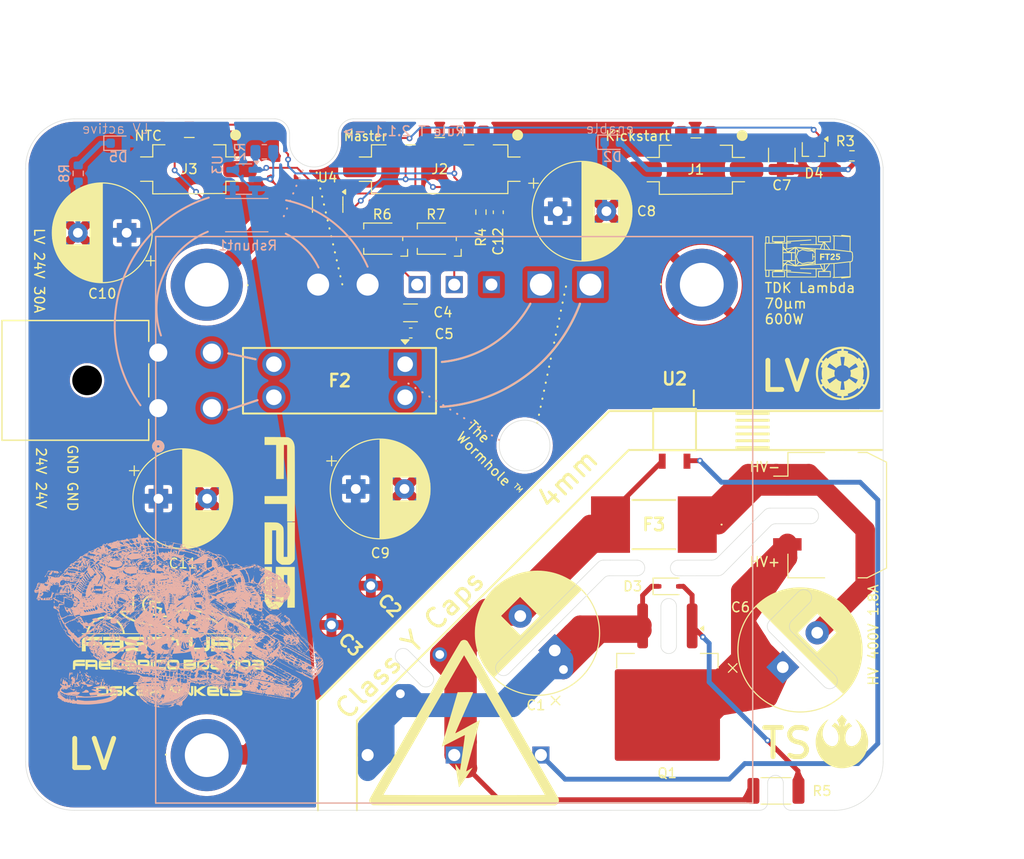
<source format=kicad_pcb>
(kicad_pcb
	(version 20240108)
	(generator "pcbnew")
	(generator_version "8.0")
	(general
		(thickness 1.67)
		(legacy_teardrops no)
	)
	(paper "A4")
	(layers
		(0 "F.Cu" mixed)
		(31 "B.Cu" mixed)
		(32 "B.Adhes" user "B.Adhesive")
		(33 "F.Adhes" user "F.Adhesive")
		(34 "B.Paste" user)
		(35 "F.Paste" user)
		(36 "B.SilkS" user "B.Silkscreen")
		(37 "F.SilkS" user "F.Silkscreen")
		(38 "B.Mask" user)
		(39 "F.Mask" user)
		(40 "Dwgs.User" user "User.Drawings")
		(41 "Cmts.User" user "User.Comments")
		(42 "Eco1.User" user "User.Eco1")
		(43 "Eco2.User" user "User.Eco2")
		(44 "Edge.Cuts" user)
		(45 "Margin" user)
		(46 "B.CrtYd" user "B.Courtyard")
		(47 "F.CrtYd" user "F.Courtyard")
		(48 "B.Fab" user)
		(49 "F.Fab" user)
		(50 "User.1" user)
		(51 "User.2" user)
		(52 "User.3" user)
		(53 "User.4" user)
		(54 "User.5" user)
		(55 "User.6" user)
		(56 "User.7" user)
		(57 "User.8" user)
		(58 "User.9" user)
	)
	(setup
		(stackup
			(layer "F.SilkS"
				(type "Top Silk Screen")
			)
			(layer "F.Paste"
				(type "Top Solder Paste")
			)
			(layer "F.Mask"
				(type "Top Solder Mask")
				(thickness 0.01)
			)
			(layer "F.Cu"
				(type "copper")
				(thickness 0.07)
			)
			(layer "dielectric 1"
				(type "core")
				(thickness 1.51)
				(material "FR4")
				(epsilon_r 4.5)
				(loss_tangent 0.02)
			)
			(layer "B.Cu"
				(type "copper")
				(thickness 0.07)
			)
			(layer "B.Mask"
				(type "Bottom Solder Mask")
				(thickness 0.01)
			)
			(layer "B.Paste"
				(type "Bottom Solder Paste")
			)
			(layer "B.SilkS"
				(type "Bottom Silk Screen")
			)
			(copper_finish "None")
			(dielectric_constraints no)
		)
		(pad_to_mask_clearance 0)
		(allow_soldermask_bridges_in_footprints no)
		(pcbplotparams
			(layerselection 0x00010fc_ffffffff)
			(plot_on_all_layers_selection 0x0000000_00000000)
			(disableapertmacros no)
			(usegerberextensions no)
			(usegerberattributes yes)
			(usegerberadvancedattributes yes)
			(creategerberjobfile yes)
			(dashed_line_dash_ratio 12.000000)
			(dashed_line_gap_ratio 3.000000)
			(svgprecision 4)
			(plotframeref no)
			(viasonmask no)
			(mode 1)
			(useauxorigin no)
			(hpglpennumber 1)
			(hpglpenspeed 20)
			(hpglpendiameter 15.000000)
			(pdf_front_fp_property_popups yes)
			(pdf_back_fp_property_popups yes)
			(dxfpolygonmode yes)
			(dxfimperialunits yes)
			(dxfusepcbnewfont yes)
			(psnegative no)
			(psa4output no)
			(plotreference yes)
			(plotvalue yes)
			(plotfptext yes)
			(plotinvisibletext no)
			(sketchpadsonfab no)
			(subtractmaskfromsilk no)
			(outputformat 1)
			(mirror no)
			(drillshape 1)
			(scaleselection 1)
			(outputdirectory "")
		)
	)
	(net 0 "")
	(net 1 "/-VIN")
	(net 2 "GND")
	(net 3 "Net-(D4-Pad3)")
	(net 4 "/+VIN")
	(net 5 "+3V3")
	(net 6 "/LV+")
	(net 7 "/3V_buttoncell")
	(net 8 "/TEMP_TSDCDC")
	(net 9 "/HV-in")
	(net 10 "/HV+in")
	(net 11 "/G")
	(net 12 "/~{EN}")
	(net 13 "/LV-")
	(net 14 "/LV_I_measure")
	(net 15 "/I_meas_weak")
	(net 16 "/+S")
	(net 17 "/TRM")
	(net 18 "Net-(D2-A)")
	(net 19 "Net-(D5-K)")
	(net 20 "/Vout+")
	(footprint "Capacitor_SMD:C_1210_3225Metric" (layer "F.Cu") (at 177.6 64.721001 -90))
	(footprint "Resistor_SMD:R_0603_1608Metric" (layer "F.Cu") (at 184.8 64.8))
	(footprint "footprints:VY1471M29Y5UC63V0" (layer "F.Cu") (at 131.388932 112.962876 -45))
	(footprint "footprints:rebellion" (layer "F.Cu") (at 183.77 124.93))
	(footprint "FaSTTUBe_connectors:Micro_Mate-N-Lok_2p_vertical" (layer "F.Cu") (at 168.783 66.21))
	(footprint "Potentiometer_SMD:Potentiometer_Bourns_TC33X_Vertical" (layer "F.Cu") (at 142.1 73.3 180))
	(footprint "Capacitor_THT:CP_Radial_D12.5mm_P5.00mm" (layer "F.Cu") (at 154.3 115.584177 135))
	(footprint "Capacitor_THT:CP_Radial_D10.0mm_P5.00mm" (layer "F.Cu") (at 110.367678 72.7 180))
	(footprint "footprints:9775031360R" (layer "F.Cu") (at 118.59 78.03 180))
	(footprint "LOGO"
		(layer "F.Cu")
		(uuid "36ea3436-548e-4414-bac1-a7348850c228")
		(at 180.33 75.14)
		(property "Reference" "G***"
			(at 0 0 0)
			(layer "F.SilkS")
			(hide yes)
			(uuid "f973503b-fa37-47d9-b20f-d30676bb0e6c")
			(effects
				(font
					(size 1.5 1.5)
					(thickness 0.3)
				)
			)
		)
		(property "Value" "LOGO"
			(at 0.75 0 0)
			(layer "F.SilkS")
			(hide yes)
			(uuid "6387be7f-2b16-465c-8f89-140f5aa812b4")
			(effects
				(font
					(size 1.5 1.5)
					(thickness 0.3)
				)
			)
		)
		(property "Footprint" ""
			(at 0 0 0)
			(layer "F.Fab")
			(hide yes)
			(uuid "715f4f07-c5d3-4aaf-84cf-940e9c524073")
			(effects
				(font
					(size 1.27 1.27)
					(thickness 0.15)
				)
			)
		)
		(property "Datasheet" ""
			(at 0 0 0)
			(layer "F.Fab")
			(hide yes)
			(uuid "41393a24-4ba8-4af2-84c5-5556a5cd9241")
			(effects
				(font
					(size 1.27 1.27)
					(thickness 0.15)
				)
			)
		)
		(property "Description" ""
			(at 0 0 0)
			(layer "F.Fab")
			(hide yes)
			(uuid "47d9374d-4d87-4be0-875b-3451ee135b5f")
			(effects
				(font
					(size 1.27 1.27)
					(thickness 0.15)
				)
			)
		)
		(attr board_only exclude_from_pos_files exclude_from_bom)
		(fp_poly
			(pts
				(xy 2.210106 -0.240934) (xy 2.210106 -0.176067) (xy 2.115122 -0.176067) (xy 2.020138 -0.176067)
				(xy 2.020138 0.088034) (xy 2.020138 0.352134) (xy 1.948322 0.352134) (xy 1.876505 0.352134) (xy 1.876505 0.088034)
				(xy 1.876505 -0.176067) (xy 1.781521 -0.176067) (xy 1.686538 -0.176067) (xy 1.686538 -0.240935)
				(xy 1.686537 -0.305801) (xy 1.948322 -0.305801) (xy 2.210106 -0.305801)
			)
			(stroke
				(width 0)
				(type solid)
			)
			(fill solid)
			(layer "F.SilkS")
			(uuid "7df8e5e8-4ee8-444f-be4a-2fc6df64b466")
		)
		(fp_poly
			(pts
				(xy 1.644837 -0.238617) (xy 1.644837 -0.171435) (xy 1.49657 -0.171434) (xy 1.348303 -0.171434) (xy 1.348303 -0.10425)
				(xy 1.348303 -0.037067) (xy 1.484987 -0.037067) (xy 1.621671 -0.037067) (xy 1.621671 0.030116) (xy 1.621671 0.0973)
				(xy 1.484987 0.0973) (xy 1.348303 0.0973) (xy 1.348303 0.224717) (xy 1.348303 0.352134) (xy 1.27417 0.352134)
				(xy 1.200036 0.352134) (xy 1.200036 0.023167) (xy 1.200037 -0.305801) (xy 1.422437 -0.305801) (xy 1.644836 -0.305801)
			)
			(stroke
				(width 0)
				(type solid)
			)
			(fill solid)
			(layer "F.SilkS")
			(uuid "79488fa3-17fb-4e16-b5f3-2b64540a352f")
		)
		(fp_poly
			(pts
				(xy 2.532179 -0.312678) (xy 2.576155 -0.304473) (xy 2.614922 -0.2894) (xy 2.648 -0.267744) (xy 2.67491 -0.239793)
				(xy 2.695172 -0.205832) (xy 2.704208 -0.181813) (xy 2.708716 -0.159076) (xy 2.7108 -0.130942) (xy 2.71048 -0.100955)
				(xy 2.707773 -0.072656) (xy 2.703574 -0.052464) (xy 2.698715 -0.037255) (xy 2.692926 -0.02316) (xy 2.685517 -0.009402)
				(xy 2.675798 0.004797) (xy 2.663078 0.020215) (xy 2.646666 0.037632) (xy 2.625872 0.057823) (xy 2.600005 0.081568)
				(xy 2.568374 0.109644) (xy 2.53029 0.142829) (xy 2.529931 0.14314) (xy 2.430439 0.229351) (xy 2.575106 0.230575)
				(xy 2.719774 0.231799) (xy 2.719774 0.291967) (xy 2.719774 0.352134) (xy 2.490308 0.352134) (xy 2.260843 0.352134)
				(xy 2.262116 0.277056) (xy 2.263389 0.201979) (xy 2.356056 0.119177) (xy 2.402943 0.077122) (xy 2.443117 0.04073)
				(xy 2.476929 0.009665) (xy 2.504727 -0.016408) (xy 2.526863 -0.037827) (xy 2.543685 -0.054929) (xy 2.555544 -0.06805)
				(xy 2.562789 -0.077524) (xy 2.565176 -0.081851) (xy 2.5716 -0.10729) (xy 2.569746 -0.130812) (xy 2.56056 -0.15134)
				(xy 2.544994 -0.167801) (xy 2.523994 -0.179121) (xy 2.49851 -0.184225) (xy 2.475724 -0.18314) (xy 2.452963 -0.175273)
				(xy 2.433454 -0.159912) (xy 2.418912 -0.1387) (xy 2.413064 -0.123046) (xy 2.407173 -0.101018) (xy 2.367714 -0.103927)
				(xy 2.344598 -0.10571) (xy 2.320508 -0.107692) (xy 2.30031 -0.109471) (xy 2.298702 -0.109622) (xy 2.269145 -0.112408)
				(xy 2.272093 -0.14061) (xy 2.280459 -0.177948) (xy 2.296913 -0.213524) (xy 2.320278 -0.245457) (xy 2.349375 -0.271863)
				(xy 2.357833 -0.277654) (xy 2.388158 -0.29404) (xy 2.420755 -0.305158) (xy 2.458064 -0.31171) (xy 2.483473 -0.313727)
			)
			(stroke
				(width 0)
				(type solid)
			)
			(fill solid)
			(layer "F.SilkS")
			(uuid "c06ae400-d6b0-4739-b2a0-6d35249e5efc")
		)
		(fp_poly
			(pts
				(xy 3.243342 -0.245567) (xy 3.243342 -0.185334) (xy 3.111291 -0.185334) (xy 2.979241 -0.185333)
				(xy 2.979241 -0.135525) (xy 2.979241 -0.085718) (xy 3.035999 -0.085703) (xy 3.075658 -0.084189)
				(xy 3.108746 -0.079239) (xy 3.137528 -0.070212) (xy 3.16427 -0.05647) (xy 3.181956 -0.044466) (xy 3.203555 -0.026318)
				(xy 3.221029 -0.006004) (xy 3.236416 0.019128) (xy 3.246178 0.039116) (xy 3.254238 0.063529) (xy 3.259574 0.09369)
				(xy 3.261941 0.126422) (xy 3.261098 0.158544) (xy 3.257324 0.184609) (xy 3.244399 0.223685) (xy 3.224208 0.260227)
				(xy 3.198098 0.292412) (xy 3.167418 0.318418) (xy 3.150847 0.328502) (xy 3.111135 0.345164) (xy 3.066727 0.356095)
				(xy 3.020478 0.360938) (xy 2.975243 0.359334) (xy 2.945754 0.354196) (xy 2.903627 0.339619) (xy 2.867264 0.317857)
				(xy 2.836999 0.289211) (xy 2.813163 0.253981) (xy 2.79881 0.220868) (xy 2.79432 0.207035) (xy 2.791744 0.197519)
				(xy 2.791552 0.194601) (xy 2.796444 0.193609) (xy 2.808775 0.190877) (xy 2.826961 0.186759) (xy 2.849416 0.181613)
				(xy 2.863407 0.178384) (xy 2.887539 0.172819) (xy 2.908262 0.168078) (xy 2.924002 0.164518) (xy 2.933186 0.162495)
				(xy 2.934883 0.162167) (xy 2.937199 0.166065) (xy 2.941475 0.175947) (xy 2.943919 0.182163) (xy 2.957618 0.206359)
				(xy 2.976856 0.224378) (xy 2.999977 0.235881) (xy 3.025322 0.240528) (xy 3.051235 0.23798) (xy 3.076057 0.227898)
				(xy 3.095075 0.213134) (xy 3.111612 0.190456) (xy 3.120769 0.164235) (xy 3.12262 0.136431) (xy 3.117245 0.108995)
				(xy 3.10472 0.083886) (xy 3.089275 0.066498) (xy 3.070671 0.05315) (xy 3.049056 0.043822) (xy 3.022749 0.038071)
				(xy 2.990066 0.035457) (xy 2.969974 0.03519) (xy 2.940708 0.035905) (xy 2.915232 0.038169) (xy 2.889963 0.042519)
				(xy 2.861313 0.04949) (xy 2.845988 0.053732) (xy 2.835519 0.056704) (xy 2.838042 -0.086323) (xy 2.838768 -0.123978)
				(xy 2.83959 -0.160526) (xy 2.840463 -0.194417) (xy 2.841344 -0.224098) (xy 2.842188 -0.248021) (xy 2.842954 -0.264633)
				(xy 2.843135 -0.267576) (xy 2.845706 -0.305801) (xy 3.044525 -0.305801) (xy 3.243342 -0.305801)
			)
			(stroke
				(width 0)
				(type solid)
			)
			(fill solid)
			(layer "F.SilkS")
			(uuid "5a963cb9-9510-4127-9f96-127e7c222fca")
		)
		(fp_poly
			(pts
				(xy 3.38727 -2.232811) (xy 3.40086 -2.231479) (xy 3.422092 -2.229358) (xy 3.450178 -2.22653) (xy 3.484329 -2.223073)
				(xy 3.523759 -2.219069) (xy 3.567678 -2.214599) (xy 3.615297 -2.209743) (xy 3.66583 -2.204582) (xy 3.718489 -2.199197)
				(xy 3.772484 -2.193667) (xy 3.827029 -2.188075) (xy 3.881335 -2.182501) (xy 3.934614 -2.177024)
				(xy 3.986077 -2.171727) (xy 4.034939 -2.166689) (xy 4.080407 -2.161992) (xy 4.121698 -2.157716)
				(xy 4.158021 -2.153941) (xy 4.188587 -2.150748) (xy 4.200017 -2.149547) (xy 4.234253 -2.145885)
				(xy 4.265408 -2.142435) (xy 4.292316 -2.139335) (xy 4.31381 -2.136726) (xy 4.328722 -2.134745) (xy 4.335885 -2.133532)
				(xy 4.336334 -2.133359) (xy 4.336533 -2.128574) (xy 4.336655 -2.115023) (xy 4.336705 -2.093209)
				(xy 4.336684 -2.063633) (xy 4.336595 -2.026795) (xy 4.33644 -1.983198) (xy 4.336223 -1.933343) (xy 4.335944 -1.877731)
				(xy 4.335608 -1.816864) (xy 4.335216 -1.751243) (xy 4.33477 -1.681369) (xy 4.334273 -1.607743) (xy 4.333728 -1.530869)
				(xy 4.333136 -1.451244) (xy 4.332871 -1.416624) (xy 4.332241 -1.334602) (xy 4.331634 -1.254271)
				(xy 4.33105 -1.176204) (xy 4.330496 -1.10097) (xy 4.329976 -1.029142) (xy 4.329492 -0.961291) (xy 4.329052 -0.897987)
				(xy 4.328655 -0.839801) (xy 4.328308 -0.787305) (xy 4.328013 -0.741071) (xy 4.327776 -0.701668)
				(xy 4.327599 -0.669669) (xy 4.327487 -0.645643) (xy 4.327444 -0.630164) (xy 4.327444 -0.627586)
				(xy 4.327545 -0.55322) (xy 4.37377 -0.54809) (xy 4.419996 -0.542959) (xy 4.484971 -0.483626) (xy 4.505281 -0.464833)
				(xy 4.522986 -0.44798) (xy 4.537024 -0.434118) (xy 4.546333 -0.424295) (xy 4.54985 -0.419562) (xy 4.549855 -0.419489)
				(xy 4.550293 -0.414027) (xy 4.551582 -0.400285) (xy 4.55363 -0.379199) (xy 4.556344 -0.351708) (xy 4.55963 -0.31875)
				(xy 4.563396 -0.281261) (xy 4.567548 -0.240179) (xy 4.571355 -0.202709) (xy 4.592945 0.009267) (xy 4.571355 0.221242)
				(xy 4.566945 0.264663) (xy 4.562841 0.305296) (xy 4.559137 0.342206) (xy 4.555926 0.374453) (xy 4.553301 0.401102)
				(xy 4.551353 0.421213) (xy 4.550178 0.433849) (xy 4.549855 0.438022) (xy 4.546612 0.442512) (xy 4.537531 0.452137)
				(xy 4.523674 0.465847) (xy 4.506105 0.482593) (xy 4.485885 0.501324) (xy 4.484971 0.50216) (xy 4.419997 0.561493)
				(xy 4.373769 0.566623) (xy 4.327545 0.571753) (xy 4.327444 0.646119) (xy 4.327469 0.65926) (xy 4.327563 0.681097)
				(xy 4.327723 0.711058) (xy 4.327945 0.748571) (xy 4.328225 0.793067) (xy 4.328559 0.843974) (xy 4.328943 0.90072)
				(xy 4.329373 0.962734) (xy 4.329846 1.029446) (xy 4.330356 1.100286) (xy 4.330901 1.17468) (xy 4.331477 1.252059)
				(xy 4.332079 1.33185) (xy 4.332704 1.413485) (xy 4.332871 1.435157) (xy 4.333481 1.5158) (xy 4.334047 1.593906)
				(xy 4.334564 1.668978) (xy 4.335032 1.740512) (xy 4.335447 1.808006) (xy 4.335808 1.870958) (xy 4.336111 1.928869)
				(xy 4.336355 1.981237) (xy 4.336537 2.02756) (xy 4.336653 2.067337) (xy 4.336704 2.100067) (xy 4.336685 2.125248)
				(xy 4.336594 2.142379) (xy 4.336429 2.150958) (xy 4.336335 2.151893) (xy 4.331377 2.152884) (xy 4.318367 2.15468)
				(xy 4.298472 2.157138) (xy 4.272859 2.160123) (xy 4.242694 2.163495) (xy 4.209148 2.167117) (xy 4.200017 2.168082)
				(xy 4.172233 2.170992) (xy 4.138346 2.174521) (xy 4.099146 2.178586) (xy 4.055419 2.183108) (xy 4.007954 2.188005)
				(xy 3.957539 2.193199) (xy 3.904962 2.198607) (xy 3.851011 2.204148) (xy 3.796475 2.209742) (xy 3.742141 2.215309)
				(xy 3.688796 2.220768) (xy 3.63723 2.226037) (xy 3.588231 2.231037) (xy 3.542586 2.235687) (xy 3.501083 2.239906)
				(xy 3.464512 2.243614) (xy 3.433658 2.246729) (xy 3.409312 2.249172) (xy 3.39226 2.250859) (xy 3.383291 2.251715)
				(xy 3.382109 2.251806) (xy 3.380255 2.247528) (xy 3.378178 2.23608) (xy 3.376217 2.219545) (xy 3.37545 2.210835)
				(xy 3.3736 2.191763) (xy 3.371439 2.175942) (xy 3.369333 2.165869) (xy 3.368582 2.163999) (xy 3.368194 2.163123)
				(xy 3.367841 2.162336) (xy 3.367055 2.161657) (xy 3.365358 2.161104) (xy 3.362276 2.160697) (xy 3.357337 2.160453)
				(xy 3.350069 2.160392) (xy 3.339994 2.160532) (xy 3.32664 2.16089) (xy 3.309536 2.161487) (xy 3.288204 2.162341)
				(xy 3.26217 2.16347) (xy 3.230964 2.164892) (xy 3.19411 2.166627) (xy 3.151135 2.168692) (xy 3.101565 2.171107)
				(xy 3.044926 2.17389) (xy 2.980744 2.177059) (xy 2.908545 2.180634) (xy 2.827857 2.184632) (xy 2.773776 2.187311)
				(xy 2.723126 2.189773) (xy 2.675244 2.19201) (xy 2.630927 2.19399) (xy 2.590972 2.195683) (xy 2.556177 2.197057)
				(xy 2.52734 2.198081) (xy 2.505257 2.198724) (xy 2.490727 2.198954) (xy 2.484548 2.198738) (xy 2.484397 2.198675)
				(xy 2.482972 2.193086) (xy 2.4815 2.180449) (xy 2.480208 2.162975) (xy 2.479683 2.152716) (xy 2.477796 2.109587)
				(xy 2.502643 2.106603) (xy 2.520245 2.105084) (xy 2.542271 2.103995) (xy 2.563398 2.103579) (xy 2.599307 2.103539)
				(xy 2.599205 2.03983) (xy 2.599136 2.026958) (xy 2.59896 2.005475) (xy 2.598682 1.976034) (xy 2.598313 1.939289)
				(xy 2.597857 1.895895) (xy 2.597323 1.846507) (xy 2.596718 1.791777) (xy 2.596049 1.732363) (xy 2.595323 1.668916)
				(xy 2.594547 1.602089) (xy 2.593729 1.53254) (xy 2.592876 1.460921) (xy 2.592357 1.417804) (xy 2.591488 1.345622)
				(xy 2.590651 1.275356) (xy 2.589851 1.207638) (xy 2.589097 1.143098) (xy 2.588395 1.08237) (xy 2.587752 1.026085)
				(xy 2.587175 0.974875) (xy 2.586672 0.929372) (xy 2.58625 0.890208) (xy 2.585916 0.858015) (xy 2.585677 0.833425)
				(xy 2.585539 0.817069) (xy 2.585508 0.811266) (xy 2.585407 0.763045) (xy 2.477681 0.76615) (xy 2.420738 0.767807)
				(xy 2.372367 0.769264) (xy 2.331872 0.770562) (xy 2.298559 0.771745) (xy 2.271738 0.772854) (xy 2.250712 0.773931)
				(xy 2.234789 0.775018) (xy 2.223275 0.776158) (xy 2.215478 0.777392) (xy 2.210703 0.778764) (xy 2.208257 0.780313)
				(xy 2.207447 0.782084) (xy 2.207419 0.782564) (xy 2.204733 0.787317) (xy 2.196946 0.798996) (xy 2.184444 0.817061)
				(xy 2.167617 0.84097) (xy 2.146849 0.870183) (xy 2.122527 0.90416) (xy 2.09504 0.94236) (xy 2.064773 0.984242)
				(xy 2.032115 1.029266) (xy 1.99745 1.07689) (xy 1.961168 1.126575) (xy 1.960005 1.128165) (xy 1.923623 1.177986)
				(xy 1.888809 1.225823) (xy 1.855956 1.271128) (xy 1.825453 1.313354) (xy 1.797694 1.351955) (xy 1.773068 1.386383)
				(xy 1.751966 1.416092) (xy 1.734781 1.440534) (xy 1.721903 1.459162) (xy 1.713724 1.47143) (xy 1.710635 1.47679)
				(xy 1.710627 1.476824) (xy 1.708624 1.487304) (xy 2.003382 1.487304) (xy 2.298139 1.487304) (xy 2.298144 1.583446)
				(xy 2.298213 1.608384) (xy 2.298406 1.641116) (xy 2.29871 1.680174) (xy 2.299111 1.724089) (xy 2.299595 1.771389)
				(xy 2.300147 1.820606) (xy 2.300755 1.870268) (xy 2.301218 1.905463) (xy 2.304286 2.131339) (xy 1.647305 2.131339)
				(xy 0.990323 2.131339) (xy 0.993195 2.113964) (xy 0.993689 2.106417) (xy 0.994158 2.090423) (xy 0.994594 2.066805)
				(xy 0.99496 2.038672) (xy 1.08875 2.038672) (xy 1.647111 2.038672) (xy 2.205472 2.038672) (xy 2.205472 1.809321)
				(xy 2.205472 1.579971) (xy 1.656421 1.579199) (xy 1.585739 1.579096) (xy 1.517565 1.578991) (xy 1.452484 1.578885)
				(xy 1.391074 1.578779) (xy 1.333918 1.578675) (xy 1.281595 1.578571) (xy 1.234689 1.578472) (xy 1.193778 1.578378)
				(xy 1.159447 1.57829) (xy 1.132272 1.578209) (xy 1.112838 1.578137) (xy 1.101725 1.578074) (xy 1.099261 1.57804)
				(xy 1.097423 1.578408) (xy 1.095875 1.580202) (xy 1.094589 1.584173) (xy 1.093535 1.591074) (xy 1.092682 1.601656)
				(xy 1.091999 1.61667) (xy 1.091456 1.636869) (xy 1.091023 1.663004) (xy 1.090669 1.695827) (xy 1.090364 1.736087)
				(xy 1.090077 1.784539) (xy 1.089951 1.808163) (xy 1.08875 2.038672) (xy 0.99496 2.038672) (xy 0.99499 2.036382)
				(xy 0.995338 1.999975) (xy 0.995631 1.958404) (xy 0.995862 1.912492) (xy 0.996024 1.863057) (xy 0.996108 1.810921)
				(xy 0.996118 1.78963) (xy 0.996169 1.482671) (xy 1.242123 1.482671) (xy 1.291787 1.482595) (xy 1.337431 1.482378)
				(xy 1.378334 1.48203) (xy 1.413769 1.481564) (xy 1.443013 1.480992) (xy 1.465339 1.480327) (xy 1.480024 1.47958)
				(xy 1.486341 1.478764) (xy 1.486531 1.478558) (xy 1.484152 1.47334) (xy 1.478357 1.461039) (xy 1.469747 1.442919)
				(xy 1.458926 1.420247) (xy 1.446495 1.394288) (xy 1.441011 1.382862) (xy 1.397037 1.291279) (xy 1.283478 1.294298)
				(xy 1.249685 1.295057) (xy 1.208904 1.295746) (xy 1.163413 1.296342) (xy 1.11549 1.296818) (xy 1.067413 1.297151)
				(xy 1.021462 1.297314) (xy 1.006594 1.297327) (xy 0.843269 1.297337) (xy 0.843269 1.721288) (xy 0.843269 2.145239)
				(xy -0.708148 2.145239) (xy -2.259563 2.145239) (xy -2.262634 1.935978) (xy -2.263315 1.886185)
				(xy -2.263944 1.833688) (xy -2.264503 1.780411) (xy -2.264976 1.728276) (xy -2.265345 1.679207)
				(xy -2.265592 1.635127) (xy -2.265702 1.59796) (xy -2.265706 1.590794) (xy -2.265739 1.55167) (xy -2.265876 1.520834)
				(xy -2.266173 1.497306) (xy -2.266692 1.480108) (xy -2.26749 1.46826) (xy -2.268626 1.460783) (xy -2.270157 1.456697)
				(xy -2.272141 1.455025) (xy -2.273814 1.454766) (xy -2.280294 1.454537) (xy -2.294854 1.453935)
				(xy -2.316319 1.453013) (xy -2.343512 1.451821) (xy -2.37526 1.450411) (xy -2.410382 1.448834) (xy -2.43019 1.447939)
				(xy -2.468142 1.446262) (xy -2.504686 1.44473) (xy -2.538371 1.443397) (xy -2.567745 1.442318) (xy -2.591357 1.441547)
				(xy -2.607758 1.441142) (xy -2.612049 1.441093) (xy -2.64564 1.44097) (xy -2.64564 1.468771) (xy -2.645639 1.496571)
				(xy -2.525331 1.496571) (xy -2.405021 1.496571) (xy -2.403705 1.805846) (xy -2.403515 1.858546)
				(xy -2.403401 1.908502) (xy -2.40336 1.954946) (xy -2.40339 1.997109) (xy -2.403489 2.034222) (xy -2.403653 2.065515)
				(xy -2.403881 2.090221) (xy -2.404171 2.107569) (xy -2.404518 2.116791) (xy -2.404706 2.118106)
				(xy -2.409529 2.11848) (xy -2.423095 2.118886) (xy -2.44488 2.119321) (xy -2.474362 2.119778) (xy -2.511016 2.120253)
				(xy -2.554319 2.12074) (xy -2.603749 2.121235) (xy -2.658781 2.121732) (xy -2.718891 2.122227) (xy -2.783558 2.122715)
				(xy -2.852257 2.12319) (xy -2.924462 2.123648) (xy -2.999654 2.124083) (xy -3.0638 2.124423) (xy -3.720577 2.127757)
				(xy -3.720577 1.81448) (xy -3.720577 1.593871) (xy -3.62791 1.593871) (xy -3.62791 1.814711) (xy -3.62791 2.03555)
				(xy -3.411698 2.032478) (xy -3.369215 2.031948) (xy -3.31891 2.031448) (xy -3.262228 2.030984) (xy -3.200615 2.030565)
				(xy -3.135516 2.030198) (xy -3.068375 2.029891) (xy -3.000637 2.029653) (xy -2.933749 2.02949) (xy -2.869154 2.029412)
				(xy -2.846385 2.029405) (xy -2.497283 2.029405) (xy -2.498486 1.81048) (xy -2.49969 1.591554) (xy -2.537915 1.591676)
				(xy -2.547579 1.591701) (xy -2.565869 1.591743) (xy -2.592146 1.591801) (xy -2.62577 1.591872) (xy -2.666099 1.591957)
				(xy -2.712496 1.592053) (xy -2.764319 1.592159) (xy -2.820929 1.592274) (xy -2.881685 1.592396)
				(xy -2.945948 1.592525) (xy -3.013077 1.592659) (xy -3.082432 1.592796) (xy -3.102025 1.592834)
				(xy -3.62791 1.593871) (xy -3.720577 1.593871) (xy -3.720577 1.501204) (xy -3.654551 1.501183) (xy -3.624666 1.500936)
				(xy -3.592334 1.500279) (xy -3.561481 1.499312) (xy -3.536401 1.498158) (xy -3.484276 1.495155)
				(xy -3.484276 1.468063) (xy -3.484276 1.44097) (xy -3.740716 1.44097) (xy -3.997156 1.44097) (xy -4.000524 1.764101)
				(xy -4.001097 1.817922) (xy -4.001663 1.868962) (xy -4.002214 1.916476) (xy -4.002738 1.959718)
				(xy -4.003227 1.997942) (xy -4.00367 2.030405) (xy -4.004058 2.056359) (xy -4.004382 2.07506) (xy -4.004631 2.085762)
				(xy -4.004755 2.088096) (xy -4.009616 2.088576) (xy -4.02259 2.089168) (xy -4.042528 2.089847) (xy -4.068278 2.090589)
				(xy -4.098689 2.091373) (xy -4.132609 2.092176) (xy -4.168888 2.092974) (xy -4.206373 2.093745)
				(xy -4.243913 2.094466) (xy -4.28036 2.095114) (xy -4.314559 2.095667) (xy -4.34536 2.096101) (xy -4.371612 2.096393)
				(xy -4.392163 2.096521) (xy -4.405862 2.096463) (xy -4.411559 2.096194) (xy -4.41163 2.096166) (xy -4.412287 2.091243)
				(xy -4.412909 2.077802) (xy -4.413489 2.056593) (xy -4.414016 2.028365) (xy -4.414482 1.993867)
				(xy -4.414878 1.953848) (xy -4.415193 1.909058) (xy -4.415422 1.860246) (xy -4.415551 1.808161)
				(xy -4.415578 1.769665) (xy -4.415578 1.445919) (xy -4.322912 1.44592) (xy -4.322911 1.632667) (xy -4.32283 1.677998)
				(xy -4.322597 1.724363) (xy -4.322233 1.770035) (xy -4.321755 1.813286) (xy -4.321184 1.852391)
				(xy -4.320538 1.885623) (xy -4.319861 1.910511) (xy -4.31681 2.001605) (xy -4.27237 2.001588) (xy -4.250095 2.001348)
				(xy -4.222113 2.000707) (xy -4.191967 1.999762) (xy -4.163205 1.99861) (xy -4.162654 1.998585) (xy -4.09738 1.995599)
				(xy -4.094329 1.722449) (xy -4.093807 1.672987) (xy -4.093375 1.626306) (xy -4.093037 1.583227)
				(xy -4.092796 1.544568) (xy -4.092653 1.51115) (xy -4.092615 1.483793) (xy -4.092685 1.463316) (xy -4.092866 1.450539)
				(xy -4.09313 1.446294) (xy -4.09808 1.445515) (xy -4.111021 1.444917) (xy -4.130668 1.444519) (xy -4.155749 1.444338)
				(xy -4.184984 1.444394) (xy -4.208947 1.444604) (xy -4.322912 1.44592) (xy -4.415578 1.445919) (xy -4.415578 1.445604)
				(xy -4.44609 1.445604) (xy -4.476601 1.445603) (xy -4.472918 1.340195) (xy -4.472551 1.32484) (xy -4.472203 1.300703)
				(xy -4.471875 1.268271) (xy -4.471567 1.22803) (xy -4.471279 1.180464) (xy -4.47101 1.126058) (xy -4.470761 1.065302)
				(xy -4.470532 0.998677) (xy -4.470323 0.92667) (xy -4.470132 0.849767) (xy -4.469964 0.768454) (xy -4.469814 0.683216)
				(xy -4.469683 0.594538) (xy -4.469572 0.502907) (xy -4.469482 0.408808) (xy -4.469412 0.312726)
				(xy -4.469361 0.215146) (xy -4.469329 0.116557) (xy -4.469318 0.017441) (xy -4.469319 0.009267)
				(xy -4.376195 0.009267) (xy -4.376195 1.348304) (xy -3.921735 1.348303) (xy -3.84542 1.348265) (xy -3.763054 1.348156)
				(xy -3.676284 1.347978) (xy -3.586755 1.34774) (xy -3.496112 1.347448) (xy -3.4755 1.34737) (xy -2.566874 1.347369)
				(xy -2.510115 1.350271) (xy -2.485398 1.351507) (xy -2.454562 1.353009) (xy -2.420743 1.354622)
				(xy -2.387079 1.356201) (xy -2.369956 1.35699) (xy -2.342439 1.358262) (xy -2.317591 1.359435) (xy -2.297116 1.360426)
				(xy -2.28272 1.361153) (xy -2.27648 1.361507) (xy -2.266404 1.362204) (xy -2.268995 1.099261) (xy -2.269489 1.050816)
				(xy -2.269988 1.005216) (xy -2.270479 0.963292) (xy -2.270952 0.925869) (xy -2.271395 0.893779)
				(xy -2.271407 0.893007) (xy -2.176597 0.893007) (xy -2.176496 0.920555) (xy -2.176287 0.953996)
				(xy -2.175973 0.992488) (xy -2.175561 1.035186) (xy -2.175055 1.081248) (xy -2.174701 1.110891)
				(xy -2.17154 1.365972) (xy -2.129432 1.368977) (xy -2.067771 1.373609) (xy -2.010185 1.378392) (xy -1.957281 1.383255)
				(xy -1.909674 1.388125) (xy -1.867971 1.39293) (xy -1.832783 1.397595) (xy -1.80472 1.40205) (xy -1.784393 1.406223)
				(xy -1.772412 1.410037) (xy -1.769774 1.411753) (xy -1.769529 1.417538) (xy -1.771735 1.42998) (xy -1.775956 1.446925)
				(xy -1.778921 1.457187) (xy -1.785239 1.477077) (xy -1.790133 1.489488) (xy -1.794401 1.495928)
				(xy -1.798845 1.497914) (xy -1.800426 1.497857) (xy -1.808153 1.49683) (xy -1.823059 1.494741) (xy -1.843149 1.491874)
				(xy -1.866434 1.488511) (xy -1.871871 1.48772) (xy -1.897523 1.484335) (xy -1.929466 1.480654) (xy -1.964746 1.476986)
				(xy -2.000406 1.473642) (xy -2.027089 1.471419) (xy -2.057452 1.46905) (xy -2.086497 1.466764) (xy -2.112259 1.464717)
				(xy -2.132778 1.463064) (xy -2.146087 1.461962) (xy -2.146397 1.461935) (xy -2.173039 1.459646)
				(xy -2.173039 1.489692) (xy -2.172691 1.506113) (xy -2.171285 1.515262) (xy -2.168279 1.519122)
				(xy -2.164797 1.519737) (xy -2.158723 1.520031) (xy -2.144281 1.520874) (xy -2.12235 1.522213) (xy -2.093809 1.52399)
				(xy -2.059538 1.526152) (xy -2.020415 1.528643) (xy -1.977319 1.531407) (xy -1.93113 1.534389) (xy -1.906488 1.535988)
				(xy -1.854929 1.539338) (xy -1.80268 1.542728) (xy -1.751135 1.546071) (xy -1.701688 1.549275) (xy -1.655732 1.55225)
				(xy -1.614661 1.554907) (xy -1.579869 1.557154) (xy -1.552749 1.558901) (xy -1.549854 1.559087)
				(xy -1.519396 1.561047) (xy -1.481663 1.56348) (xy -1.438624 1.566258) (xy -1.392251 1.569254) (xy -1.344516 1.57234)
				(xy -1.297389 1.575391) (xy -1.264903 1.577495) (xy -1.217015 1.580596) (xy -1.16498 1.583963) (xy -1.111213 1.587439)
				(xy -1.058137 1.590868) (xy -1.008165 1.594093) (xy -0.963719 1.596959) (xy -0.942887 1.598301)
				(xy -0.897305 1.601236) (xy -0.845716 1.60456) (xy -0.791355 1.608063) (xy -0.737462 1.611537) (xy -0.687275 1.614773)
				(xy -0.655619 1.616816) (xy -0.610848 1.619703) (xy -0.559926 1.622982) (xy -0.505948 1.626455)
				(xy -0.452011 1.629924) (xy -0.401211 1.633186) (xy -0.363718 1.635592) (xy -0.328419 1.637861)
				(xy -0.285555 1.640625) (xy -0.236806 1.643776) (xy -0.183852 1.647202) (xy -0.128376 1.650799)
				(xy -0.072057 1.654455) (xy -0.016577 1.658062) (xy 0.031407 1.661186) (xy 0.078504 1.664246) (xy 0.122931 1.667115)
				(xy 0.163807 1.669738) (xy 0.200251 1.672059) (xy 0.231381 1.674022) (xy 0.256316 1.675572) (xy 0.274174 1.676652)
				(xy 0.284073 1.677206) (xy 0.285714 1.677271) (xy 0.289145 1.678355) (xy 0.291125 1.682707) (xy 0.291847 1.691981)
				(xy 0.291504 1.70783) (xy 0.290854 1.721421) (xy 0.289553 1.740799) (xy 0.287959 1.756543) (xy 0.286321 1.766454)
				(xy 0.285478 1.768637) (xy 0.280651 1.768608) (xy 0.266958 1.768) (xy 0.24478 1.766836) (xy 0.214499 1.765141)
				(xy 0.176497 1.762937) (xy 0.131153 1.76025) (xy 0.078851 1.757101) (xy 0.019972 1.753516) (xy -0.045106 1.749517)
				(xy -0.115998 1.745128) (xy -0.192324 1.740372) (xy -0.273703 1.735274) (xy -0.359753 1.729857)
				(xy -0.450093 1.724144) (xy -0.544342 1.718159) (xy -0.642118 1.711925) (xy -0.743041 1.705468)
				(xy -0.846728 1.698808) (xy -0.944155 1.692531) (xy -1.050013 1.6857) (xy -1.153439 1.679031) (xy -1.254052 1.67255)
				(xy -1.351472 1.666279) (xy -1.445319 1.660243) (xy -1.535212 1.654466) (xy -1.620772 1.648974)
				(xy -1.701618 1.643789) (xy -1.77737 1.638936) (xy -1.847648 1.634441) (xy -1.912071 1.630326) (xy -1.97026 1.626617)
				(xy -2.021834 1.623337) (xy -2.066412 1.620512) (xy -2.103615 1.618164) (xy -2.133063 1.61632) (xy -2.154375 1.615002)
				(xy -2.167171 1.614236) (xy -2.171095 1.614039) (xy -2.171128 1.618662) (xy -2.171074 1.631645)
				(xy -2.170943 1.652082) (xy -2.170742 1.679067) (xy -2.170476 1.711694) (xy -2.170155 1.749057)
				(xy -2.169782 1.790249) (xy -2.169374 1.833647) (xy -2.167282 2.052572) (xy -0.707684 2.052572)
				(xy 0.751913 2.052572) (xy 0.748501 1.676113) (xy 0.747965 1.617934) (xy 0.747438 1.562492) (xy 0.746927 1.510476)
				(xy 0.746439 1.462575) (xy 0.745982 1.419482) (xy 0.745565 1.381879) (xy 0.745193 1.350461) (xy 0.744876 1.325917)
				(xy 0.74462 1.308934) (xy 0.744433 1.300203) (xy 0.74437 1.299146) (xy 0.739738 1.29906) (xy 0.726314 1.298912)
				(xy 0.704572 1.298707) (xy 0.674985 1.29845) (xy 0.63803 1.298141) (xy 0.594179 1.297786) (xy 0.543907 1.297389)
				(xy 0.487688 1.296953) (xy 0.425996 1.296482) (xy 0.359306 1.295979) (xy 0.288092 1.295448) (xy 0.212828 1.294894)
				(xy 0.133988 1.294318) (xy 0.052047 1.293726) (xy -0.032522 1.293121) (xy -0.050967 1.292989) (xy -0.136082 1.292366)
				(xy -0.218697 1.291727) (xy -0.298338 1.291076) (xy -0.374525 1.29042) (xy -0.446785 1.289762) (xy -0.51464 1.289109)
				(xy -0.577615 1.288467) (xy -0.635234 1.287838) (xy -0.687017 1.287229) (xy -0.732492 1.286647)
				(xy -0.771182 1.286094) (xy -0.80261 1.285578) (xy -0.8263 1.285103) (xy -0.841774 1.284674) (xy -0.848559 1.284296)
				(xy -0.848834 1.284224) (xy -0.849966 1.278521) (xy -0.850313 1.265798) (xy -0.849853 1.248265)
				(xy -0.849272 1.23771) (xy -0.84646 1.194313) (xy -0.241371 1.198332) (xy -0.165921 1.198806) (xy -0.087571 1.199245)
				(xy -0.006827 1.199647) (xy 0.075804 1.200015) (xy 0.159817 1.200345) (xy 0.244705 1.200641) (xy 0.329962 1.2009)
				(xy 0.415083 1.201123) (xy 0.49956 1.201308) (xy 0.582888 1.201456) (xy 0.664561 1.201569) (xy 0.744073 1.201645)
				(xy 0.820918 1.20168) (xy 0.894589 1.201678) (xy 0.964581 1.20164) (xy 1.030387 1.201562) (xy 1.091501 1.201446)
				(xy 1.147417 1.20129) (xy 1.19763 1.201096) (xy 1.241632 1.200862) (xy 1.278919 1.200589) (xy 1.308983 1.200276)
				(xy 1.331319 1.199923) (xy 1.34542 1.19953) (xy 1.35078 1.199096) (xy 1.350806 1.199078) (xy 1.349214 1.19475)
				(xy 1.344123 1.183101) (xy 1.336024 1.165174) (xy 1.325408 1.142014) (xy 1.312764 1.114663) (xy 1.298583 1.084164)
				(xy 1.283355 1.051563) (xy 1.26757 1.0179) (xy 1.251718 0.984222) (xy 1.23629 0.951571) (xy 1.221776 0.920988)
				(xy 1.208665 0.893521) (xy 1.197449 0.87021) (xy 1.188618 0.852101) (xy 1.18266 0.840235) (xy 1.180095 0.835685)
				(xy 1.175226 0.835695) (xy 1.161554 0.836353) (xy 1.139522 0.83763) (xy 1.10957 0.839495) (xy 1.07214 0.84192)
				(xy 1.027672 0.844876) (xy 0.976607 0.848331) (xy 0.919386 0.852257) (xy 0.85645 0.856627) (xy 0.788239 0.861409)
				(xy 0.715194 0.866573) (xy 0.685735 0.868667) (xy 0.663095 0.870269) (xy 0.632355 0.872428) (xy 0.594658 0.875065)
				(xy 0.551149 0.8781) (xy 0.502971 0.881454) (xy 0.451269 0.885047) (xy 0.397186 0.888799) (xy 0.341867 0.89263)
				(xy 0.286456 0.896461) (xy 0.284951 0.896566) (xy 0.176937 0.90403) (xy 0.077696 0.910891) (xy -0.013246 0.917182)
				(xy -0.09636 0.922935) (xy -0.172119 0.928184) (xy -0.240997 0.932962) (xy -0.303464 0.9373) (xy -0.359995 0.941234)
				(xy -0.411061 0.944794) (xy -0.457135 0.948013) (xy -0.49869 0.950924) (xy -0.536198 0.953561) (xy -0.549051 0.954467)
				(xy -0.578891 0.956562) (xy -0.616558 0.95919) (xy -0.660642 0.962254) (xy -0.709728 0.965655) (xy -0.7624 0.969296)
				(xy -0.817245 0.973079) (xy -0.872847 0.976906) (xy -0.927792 0.980679) (xy -0.949836 0.98219) (xy -1.01286 0.986511)
				(xy -1.067275 0.990257) (xy -1.113708 0.993486) (xy -1.152795 0.996259) (xy -1.185167 0.998635)
				(xy -1.211458 1.000672) (xy -1.232301 1.002429) (xy -1.248327 1.003966) (xy -1.26017 1.005342) (xy -1.268462 1.006617)
				(xy -1.273837 1.007848) (xy -1.276926 1.009095) (xy -1.278363 1.010417) (xy -1.27878 1.011874) (xy -1.278804 1.012926)
				(xy -1.282603 1.018344) (xy -1.286912 1.019325) (xy -1.292531 1.018476) (xy -1.306619 1.016012)
				(xy -1.328539 1.012051) (xy -1.357656 1.006711) (xy -1.393335 1.000111) (xy -1.434941 0.992369)
				(xy -1.481838 0.983603) (xy -1.533392 0.973932) (xy -1.588967 0.963474) (xy -1.647926 0.952347)
				(xy -1.709637 0.94067) (xy -1.734781 0.935903) (xy -1.797241 0.924076) (xy -1.857088 0.912784) (xy -1.913699 0.902139)
				(xy -1.953465 0.894691) (xy -1.182718 0.894691) (xy -1.181463 0.896526) (xy -1.178384 0.896375)
				(xy -1.172445 0.895435) (xy -1.157826 0.893191) (xy -1.135011 0.889716) (xy -1.104486 0.885085)
				(xy -1.066734 0.879368) (xy -1.022239 0.87264) (xy -0.971486 0.864975) (xy -0.914959 0.856444) (xy -0.853143 0.847121)
				(xy -0.786521 0.837079) (xy -0.736248 0.829506) (xy 1.283437 0.829506) (xy 1.285371 0.83409) (xy 1.290948 0.846313)
				(xy 1.299823 0.865444) (xy 1.311656 0.890755) (xy 1.326103 0.921518) (xy 1.342822 0.957002) (xy 1.361471 0.99648)
				(xy 1.381708 1.039222) (xy 1.403189 1.0845) (xy 1.404312 1.086863) (xy 1.426648 1.133895) (xy 1.448401 1.179705)
				(xy 1.46914 1.223387) (xy 1.488433 1.264033) (xy 1.50585 1.300734) (xy 1.52096 1.332582) (xy 1.53333 1.358667)
				(xy 1.542531 1.378082) (xy 1.547623 1.388845) (xy 1.556963 1.407744) (xy 1.565324 1.423077) (xy 1.571732 1.433155)
				(xy 1.575015 1.436337) (xy 1.580188 1.435472) (xy 1.580479 1.435179) (xy 1.580745 1.430338) (xy 1.581201 1.417174)
				(xy 1.581825 1.396605) (xy 1.582595 1.369556) (xy 1.58344 1.338627) (xy 1.677952 1.338627) (xy 1.678207 1.349718)
				(xy 1.678783 1.352937) (xy 1.681828 1.348916) (xy 1.689917 1.337994) (xy 1.702623 1.320751) (xy 1.719521 1.297767)
				(xy 1.740185 1.269622) (xy 1.764191 1.236896) (xy 1.791111 1.200169) (xy 1.820521 1.160021) (xy 1.851995 1.117032)
				(xy 1.885108 1.071782) (xy 1.889579 1.065669) (xy 1.9228 1.020219) (xy 1.954356 0.976973) (xy 1.983829 0.936509)
				(xy 2.010802 0.899402) (xy 2.034857 0.866229) (xy 2.055579 0.837567) (xy 2.072549 0.813991) (xy 2.085351 0.796077)
				(xy 2.093565 0.784403) (xy 2.096777 0.779544) (xy 2.096803 0.77944) (xy 2.092053 0.779288) (xy 2.079195 0.779455)
				(xy 2.059383 0.779902) (xy 2.033769 0.780591) (xy 2.003504 0.78148) (xy 1.969743 0.782532) (xy 1.933637 0.783705)
				(xy 1.896338 0.784961) (xy 1.859 0.786261) (xy 1.822775 0.787565) (xy 1.788815 0.788832) (xy 1.758272 0.790024)
				(xy 1.7323 0.791103) (xy 1.712051 0.792025) (xy 1.698677 0.792754) (xy 1.693331 0.79325) (xy 1.693288 0.793274)
				(xy 1.692863 0.798069) (xy 1.692256 0.811168) (xy 1.691498 0.83161) (xy 1.690619 0.858433) (xy 1.68965 0.890677)
				(xy 1.688622 0.92738) (xy 1.687565 0.967583) (xy 1.686964 0.991606) (xy 1.685818 1.037429) (xy 1.684622 1.083742)
				(xy 1.683421 1.128973) (xy 1.682258 1.171551) (xy 1.681174 1.209907) (xy 1.680215 1.242468) (xy 1.67942 1.267665)
				(xy 1.679281 1.271853) (xy 1.678498 1.298287) (xy 1.678052 1.321014) (xy 1.677952 1.338627) (xy 1.58344 1.338627)
				(xy 1.583486 1.336946) (xy 1.584477 1.299698) (xy 1.585544 1.258732) (xy 1.586665 1.214971) (xy 1.587817 1.169336)
				(xy 1.588978 1.122747) (xy 1.590124 1.076128) (xy 1.591233 1.030398) (xy 1.592282 0.98648) (xy 1.593248 0.945295)
				(xy 1.594108 0.907765) (xy 1.594839 0.874811) (xy 1.59542 0.847353) (xy 1.595825 0.826315) (xy 1.596035 0.812617)
				(xy 1.596025 0.807181) (xy 1.596013 0.807129) (xy 1.591202 0.806917) (xy 1.578503 0.807354) (xy 1.559214 0.808346)
				(xy 1.534635 0.809802) (xy 1.506062 0.811628) (xy 1.474798 0.813732) (xy 1.442139 0.816019) (xy 1.409386 0.818398)
				(xy 1.377836 0.820775) (xy 1.348789 0.823057) (xy 1.323544 0.825151) (xy 1.303399 0.826965) (xy 1.289654 0.828405)
				(xy 1.283607 0.829379) (xy 1.283437 0.829506) (xy -0.736248 0.829506) (xy -0.715578 0.826391) (xy -0.714841 0.82628)
				(xy -0.081856 0.82628) (xy -0.08122 0.829034) (xy -0.078767 0.829369) (xy -0.074953 0.827674) (xy -0.075678 0.82628)
				(xy -0.081177 0.825725) (xy -0.081856 0.82628) (xy -0.714841 0.82628) (xy -0.698092 0.823757) (xy -0.055333 0.823758)
				(xy -0.054628 0.823962) (xy -0.053461 0.824142) (xy -0.053284 0.824173) (xy -0.048025 0.823996)
				(xy -0.034245 0.823225) (xy -0.012669 0.821909) (xy 0.01598 0.820095) (xy 0.050977 0.817829) (xy 0.0916 0.81516)
				(xy 0.137123 0.812133) (xy 0.186823 0.808798) (xy 0.239976 0.8052) (xy 0.295858 0.801388) (xy 0.301167 0.801024)
				(xy 0.35717 0.797173) (xy 0.410437 0.793485) (xy 0.460255 0.790012) (xy 0.505907 0.786803) (xy 0.546678 0.783911)
				(xy 0.581854 0.781386) (xy 0.610719 0.779279) (xy 0.632557 0.777641) (xy 0.646656 0.776524) (xy 0.652295 0.775979)
				(xy 0.652368 0.775957) (xy 0.652881 0.771144) (xy 0.652861 0.75965) (xy 0.652367 0.745275) (xy 0.650985 0.715685)
				(xy 0.308117 0.767524) (xy 0.241453 0.777602) (xy 0.18337 0.786385) (xy 0.13329 0.793962) (xy 0.090632 0.800424)
				(xy 0.054816 0.805864) (xy 0.025264 0.81037) (xy 0.001391 0.814035) (xy -0.017378 0.816949) (xy -0.031626 0.819203)
				(xy -0.041931 0.820888) (xy -0.048874 0.822095) (xy -0.053036 0.822915) (xy -0.054995 0.823439)
				(xy -0.055333 0.823758) (xy -0.698092 0.823757) (xy -0.640798 0.815131) (xy -0.562666 0.803369)
				(xy -0.481666 0.791184) (xy -0.398281 0.778643) (xy -0.396152 0.778323) (xy -0.312822 0.765789)
				(xy -0.231929 0.753612) (xy -0.153952 0.741866) (xy -0.07937 0.730622) (xy -0.008663 0.719953) (xy 0.057691 0.709931)
				(xy 0.119212 0.70063) (xy 0.175421 0.692122) (xy 0.225839 0.684478) (xy 0.269988 0.677773) (xy 0.307385 0.672078)
				(xy 0.337554 0.667466) (xy 0.360016 0.664009) (xy 0.37429 0.66178) (xy 0.379898 0.660851) (xy 0.379933 0.660843)
				(xy 0.379681 0.659793) (xy 0.371923 0.658943) (xy 0.361401 0.658553) (xy 0.351224 0.658321) (xy 0.332934 0.657854)
				(xy 0.307679 0.657181) (xy 0.276607 0.656335) (xy 0.24087 0.655346) (xy 0.201615 0.654247) (xy 0.159991 0.653069)
				(xy 0.14595 0.652668) (xy -0.035966 0.647471) (xy 0.463161 0.647471) (xy 0.464457 0.648002) (xy 0.468971 0.6478)
				(xy 0.477786 0.646748) (xy 0.491989 0.644728) (xy 0.51266 0.641622) (xy 0.540888 0.637315) (xy 0.557558 0.634768)
				(xy 0.585496 0.63052) (xy 0.610203 0.626796) (xy 0.630254 0.623808) (xy 0.644228 0.621767) (xy 0.650701 0.620886)
				(xy 0.65095 0.620868) (xy 0.651895 0.616547) (xy 0.652659 0.604829) (xy 0.653155 0.587586) (xy 0.653302 0.569902)
				(xy 0.653116 0.549421) (xy 0.652612 0.532869) (xy 0.651873 0.522117) (xy 0.651112 0.518935) (xy 0.646895 0.521416)
				(xy 0.636334 0.528274) (xy 0.620721 0.538634) (xy 0.601344 0.551622) (xy 0.579495 0.566359) (xy 0.556463 0.58197)
				(xy 0.533539 0.59758) (xy 0.512012 0.612312) (xy 0.493174 0.625292) (xy 0.478313 0.635642) (xy 0.468721 0.642488)
				(xy 0.465883 0.644679) (xy 0.463998 0.646325) (xy 0.463161 0.647471) (xy -0.035966 0.647471) (xy -0.044017 0.647241)
				(xy -0.342868 0.713284) (xy -0.641718 0.779327) (xy -0.79171 0.701927) (xy -0.941701 0.624528) (xy -0.952061 0.63544)
				(xy -0.958763 0.642655) (xy -0.970295 0.655237) (xy -0.985283 0.671674) (xy -1.002345 0.690454)
				(xy -1.010663 0.699635) (xy -1.029669 0.720613) (xy -1.052872 0.746197) (xy -1.078235 0.774147)
				(xy -1.10372 0.802214) (xy -1.125194 0.825849) (xy -1.147108 0.850096) (xy -1.163247 0.868347) (xy -1.174181 0.881358)
				(xy -1.180482 0.889888) (xy -1.182718 0.894691) (xy -1.953465 0.894691) (xy -1.966451 0.892259)
				(xy -2.014719 0.883261) (xy -2.057883 0.875255) (xy -2.095319 0.868362) (xy -2.126404 0.862694)
				(xy -2.150514 0.858368) (xy -2.167027 0.855498) (xy -2.175319 0.854201) (xy -2.1762 0.854152) (xy -2.176454 0.858961)
				(xy -2.176585 0.872194) (xy -2.176597 0.893007) (xy -2.271407 0.893007) (xy -2.271795 0.867849)
				(xy -2.272146 0.848908) (xy -2.272431 0.837785) (xy -2.272596 0.835072) (xy -2.277392 0.833628)
				(xy -2.289081 0.831061) (xy -2.305417 0.827789) (xy -2.324157 0.82423) (xy -2.343055 0.820802) (xy -2.359866 0.817926)
				(xy -2.372344 0.816017) (xy -2.377783 0.815469) (xy -2.382814 0.819107) (xy -2.392881 0.829655)
				(xy -2.407524 0.846565) (xy -2.426279 0.869288) (xy -2.448687 0.897275) (xy -2.474284 0.929976)
				(xy -2.476209 0.932461) (xy -2.566789 1.049453) (xy -2.566831 1.198412) (xy -2.566874 1.347369)
				(xy -3.4755 1.34737) (xy -3.406 1.347107) (xy -3.318066 1.346724) (xy -3.233955 1.346302) (xy -3.155312 1.345851)
				(xy -3.083782 1.345375) (xy -3.063408 1.345223) (xy -2.65954 1.342143) (xy -2.65954 1.193095) (xy -2.659611 1.156856)
				(xy -2.659812 1.123653) (xy -2.660124 1.094605) (xy -2.660532 1.070826) (xy -2.661017 1.053434)
				(xy -2.661562 1.043545) (xy -2.661898 1.041688) (xy -2.662145 1.036887) (xy -2.662378 1.023326)
				(xy -2.662596 1.001515) (xy -2.662801 0.97196) (xy -2.662992 0.935172) (xy -2.663169 0.891656) (xy -2.663333 0.841922)
				(xy -2.663387 0.821797) (xy -2.566931 0.821797) (xy -2.566874 0.839408) (xy -2.566709 0.860783)
				(xy -2.566259 0.878075) (xy -2.565592 0.889598) (xy -2.564775 0.893659) (xy -2.564714 0.89362) (xy -2.561236 0.889331)
				(xy -2.553244 0.879122) (xy -2.541861 0.864434) (xy -2.528206 0.846706) (xy -2.52539 0.843039) (xy -2.488226 0.794619)
				(xy -2.517125 0.789043) (xy -2.537582 0.785026) (xy -2.55152 0.783122) (xy -2.560182 0.78459) (xy -2.56481 0.790688)
				(xy -2.566646 0.80267) (xy -2.566931 0.821797) (xy -2.663387 0.821797) (xy -2.663482 0.786477) (xy -2.663609 0.729562)
				(xy -2.298883 0.729562) (xy -2.297915 0.732277) (xy -2.293989 0.733811) (xy -2.293506 0.733928)
				(xy -2.287109 0.735232) (xy -2.272369 0.738108) (xy -2.250048 0.742409) (xy -2.220911 0.747991)
				(xy -2.185719 0.754708) (xy -2.145236 0.762415) (xy -2.100225 0.770966) (xy -2.051449 0.780215)
				(xy -1.999671 0.790016) (xy -1.962222 0.797097) (xy -1.907812 0.807388) (xy -1.855122 0.817375)
				(xy -1.805011 0.826891) (xy -1.75834 0.835776) (xy -1.715968 0.843863) (xy -1.678754 0.850987) (xy -1.647558 0.856987)
				(xy -1.623239 0.861696) (xy -1.606655 0.864951) (xy -1.60082 0.866128) (xy -1.578228 0.87078) (xy -1.563695 0.873557)
				(xy -1.556196 0.874421) (xy -1.55471 0.873335) (xy -1.558213 0.87026) (xy -1.565681 0.865158) (xy -1.566154 0.86484)
				(xy -1.572816 0.860528) (xy -1.586621 0.851735) (xy -1.606862 0.838906) (xy -1.632833 0.822486)
				(xy -1.663829 0.802921) (xy -1.699143 0.780656) (xy -1.73807 0.756138) (xy -1.779903 0.729811) (xy -1.823937 0.702122)
				(xy -1.838454 0.692997) (xy -2.094621 0.532016) (xy -2.152576 0.586868) (xy -2.176489 0.609499)
				(xy -2.202621 0.634227) (xy -2.228311 0.658535) (xy -2.250897 0.679904) (xy -2.25781 0.686443) (xy -2.276358 0.704107)
				(xy -2.288874 0.7165) (xy -2.296125 0.724644) (xy -2.298883 0.729562) (xy -2.663609 0.729562) (xy -2.663617 0.72583)
				(xy -2.663693 0.68487) (xy -2.571673 0.68487) (xy -2.540314 0.690127) (xy -2.519302 0.69366) (xy -2.49457 0.697834)
				(xy -2.47189 0.701674) (xy -2.453075 0.704574) (xy -2.436731 0.706572) (xy -2.425863 0.707313) (xy -2.424555 0.707275)
				(xy -2.418158 0.703798) (xy -2.405527 0.693951) (xy -2.386929 0.677972) (xy -2.36263 0.656097) (xy -2.332897 0.62856)
				(xy -2.297994 0.595599) (xy -2.29112 0.589048) (xy -2.263177 0.562299) (xy -2.237544 0.537598) (xy -2.214949 0.515664)
				(xy -2.208715 0.509553) (xy -1.950607 0.509553) (xy -1.9468 0.512291) (xy -1.935888 0.519472) (xy -1.918621 0.530621)
				(xy -1.89575 0.545269) (xy -1.868026 0.56294) (xy -1.8362 0.583162) (xy -1.801021 0.605462) (xy -1.763241 0.629367)
				(xy -1.723609 0.654404) (xy -1.682877 0.6801) (xy -1.641795 0.705983) (xy -1.601114 0.731579) (xy -1.561583 0.756416)
				(xy -1.523955 0.780021) (xy -1.488978 0.801921) (xy -1.457405 0.821641) (xy -1.429984 0.838711)
				(xy -1.407468 0.852657) (xy -1.390606 0.863005) (xy -1.380149 0.869285) (xy -1.376851 0.871069)
				(xy -1.376472 0.866591) (xy -1.376257 0.853775) (xy -1.376205 0.833549) (xy -1.376307 0.806839)
				(xy -1.376558 0.774573) (xy -1.376955 0.737678) (xy -1.377492 0.697081) (xy -1.377998 0.663817)
				(xy -1.378705 0.620969) (xy -1.379398 0.581082) (xy -1.38006 0.545089) (xy -1.380671 0.51392) (xy -1.381212 0.488508)
				(xy -1.381664 0.469782) (xy -1.382011 0.458676) (xy -1.382191 0.455901) (xy -1.386851 0.456086)
				(xy -1.398951 0.457069) (xy -1.416719 0.458694) (xy -1.438379 0.460807) (xy -1.44097 0.461066) (xy -1.457491 0.462673)
				(xy -1.48203 0.464986) (xy -1.513376 0.467892) (xy -1.550318 0.471282) (xy -1.591642 0.475044) (xy -1.636139 0.479068)
				(xy -1.682595 0.483242) (xy -1.724763 0.487008) (xy -1.769444 0.491035) (xy -1.811188 0.49489) (xy -1.849114 0.498486)
				(xy -1.882336 0.501734) (xy -1.909972 0.504545) (xy -1.93114 0.506833) (xy -1.944954 0.508509) (xy -1.950533 0.509483)
				(xy -1.950607 0.509553) (xy -2.208715 0.509553) (xy -2.196125 0.497211) (xy -2.1818 0.482955) (xy -2.172706 0.473613)
				(xy -2.169573 0.469902) (xy -2.169584 0.469879) (xy -2.174411 0.469525) (xy -2.187548 0.469178)
				(xy -2.208039 0.468848) (xy -2.234926 0.468543) (xy -2.26725 0.468275) (xy -2.304057 0.468053) (xy -2.344389 0.467886)
				(xy -2.370201 0.467817) (xy -2.56919 0.467385) (xy -2.570431 0.576127) (xy -2.571673 0.68487) (xy -2.663693 0.68487)
				(xy -2.663738 0.660488) (xy -2.663846 0.59096) (xy -2.66394 0.517753) (xy -2.66402 0.441375) (xy -2.664086 0.362335)
				(xy -2.664138 0.28114) (xy -2.664175 0.198299) (xy -2.6642 0.114319) (xy -2.66421 0.029708) (xy -2.664207 -0.055024)
				(xy -2.664189 -0.139372) (xy -2.664158 -0.222825) (xy -2.664113 -0.304878) (xy -2.664079 -0.350676)
				(xy -2.571507 -0.350675) (xy -2.571507 0.009953) (xy -2.571507 0.370583) (xy -2.336365 0.371827)
				(xy -2.283394 0.372113) (xy -2.227372 0.372428) (xy -2.170154 0.372758) (xy -2.1136 0.373095) (xy -2.059564 0.373425)
				(xy -2.009905 0.373739) (xy -1.96648 0.374025) (xy -1.943035 0.374186) (xy -1.784851 0.375301) (xy -1.781479 0.285374)
				(xy -1.780911 0.265127) (xy -1.780452 0.238243) (xy -1.780098 0.20563) (xy -1.779843 0.168198) (xy -1.779684 0.126856)
				(xy -1.779616 0.082512) (xy -1.779634 0.036074) (xy -1.77969 0.009267) (xy -1.686538 0.009267) (xy -1.686538 0.3753)
				(xy -1.606613 0.375163) (xy -1.573414 0.374667) (xy -1.536917 0.373396) (xy -1.500872 0.371526)
				(xy -1.469022 0.369229) (xy -1.459504 0.368351) (xy -1.435295 0.365969) (xy -1.414257 0.363943)
				(xy -1.398169 0.362441) (xy -1.388809 0.361631) (xy -1.387351 0.361539) (xy -1.386326 0.358071)
				(xy -1.385428 0.347555) (xy -1.384654 0.329734) (xy -1.384 0.30435) (xy -1.383461 0.271147) (xy -1.383036 0.229865)
				(xy -1.38272 0.180248) (xy -1.382509 0.122039) (xy -1.382399 0.054979) (xy -1.382385 0.018838) (xy -1.286957 0.018837)
				(xy -1.286947 0.094028) (xy -1.286884 0.168831) (xy -1.286771 0.242676) (xy -1.286609 0.314991)
				(xy -1.286398 0.385207) (xy -1.28614 0.452752) (xy -1.285835 0.517055) (xy -1.285488 0.577547) (xy -1.285097 0.633656)
				(xy -1.284662 0.684811) (xy -1.284186 0.730441) (xy -1.283671 0.769976) (xy -1.283117 0.802846)
				(xy -1.282525 0.828479) (xy -1.281897 0.846304) (xy -1.281234 0.855751) (xy -1.28085 0.857169) (xy -1.27761 0.853858)
				(xy -1.268878 0.844447) (xy -1.255369 0.829718) (xy -1.237797 0.810454) (xy -1.216877 0.787438)
				(xy -1.193321 0.761451) (xy -1.171985 0.73786) (xy -1.145814 0.708926) (xy -1.120848 0.681378) (xy -1.09796 0.65618)
				(xy -1.078025 0.63429) (xy -1.061919 0.616671) (xy -1.050516 0.604284) (xy -1.045723 0.599159) (xy -1.027261 0.579766)
				(xy -1.066709 0.560202) (xy -1.106158 0.540637) (xy -1.155745 0.389627) (xy -1.169744 0.347011)
				(xy -1.184856 0.301041) (xy -1.20031 0.254053) (xy -1.215338 0.208385) (xy -1.229172 0.166372) (xy -1.241043 0.130349)
				(xy -1.243157 0.123942) (xy -1.280981 0.009267) (xy -1.181919 0.009267) (xy -1.105356 0.242092)
				(xy -1.028794 0.474918) (xy -0.828306 0.57788) (xy -0.788293 0.598318) (xy -0.750658 0.617325) (xy -0.716228 0.6345)
				(xy -0.685826 0.649443) (xy -0.66028 0.661749) (xy -0.640412 0.671021) (xy -0.627048 0.676855) (xy -0.621014 0.678849)
				(xy -0.620868 0.67883) (xy -0.615222 0.677504) (xy -0.601316 0.67437) (xy -0.579943 0.669601) (xy -0.551894 0.663374)
				(xy -0.517962 0.655863) (xy -0.478939 0.647245) (xy -0.435616 0.637694) (xy -0.388787 0.627386)
				(xy -0.339242 0.616495) (xy -0.331284 0.614748) (xy -0.04865 0.552678) (xy 0.141317 0.558648) (xy 0.184285 0.559974)
				(xy 0.225962 0.561214) (xy 0.265073 0.562334) (xy 0.300345 0.563298) (xy 0.330503 0.564073) (xy 0.354274 0.564623)
				(xy 0.370385 0.564915) (xy 0.373136 0.564944) (xy 0.414988 0.565268) (xy 0.532987 0.484806) (xy 0.650985 0.404343)
				(xy 0.650819 0.378239) (xy 0.650747 0.367149) (xy 0.650622 0.348161) (xy 0.650453 0.322645) (xy 0.650249 0.291969)
				(xy 0.65002 0.257506) (xy 0.649773 0.22062) (xy 0.649661 0.203867) (xy 0.649048 0.11239) (xy 0.74401 0.11239)
				(xy 0.744036 0.183306) (xy 0.744117 0.252672) (xy 0.744255 0.319886) (xy 0.74445 0.384347) (xy 0.744705 0.445455)
				(xy 0.745018 0.502607) (xy 0.745393 0.555205) (xy 0.745828 0.602644) (xy 0.746327 0.644328) (xy 0.746888 0.679652)
				(xy 0.747513 0.708017) (xy 0.748204 0.728822) (xy 0.748901 0.740802) (xy 0.751473 0.770385) (xy 0.782313 0.767729)
				(xy 0.791641 0.767011) (xy 0.809464 0.765722) (xy 0.835033 0.763916) (xy 0.867597 0.761642) (xy 0.871885 0.761345)
				(xy 2.679697 0.761345) (xy 2.679715 0.774654) (xy 2.679829 0.795967) (xy 2.680031 0.824652) (xy 2.680315 0.860078)
				(xy 2.680674 0.901614) (xy 2.681101 0.948628) (xy 2.68159 1.000489) (xy 2.682134 1.056567) (xy 2.682725 1.116229)
				(xy 2.683358 1.178844) (xy 2.684025 1.243782) (xy 2.68472 1.310411) (xy 2.685436 1.378099) (xy 2.686165 1.446217)
				(xy 2.686902 1.51413) (xy 2.68764 1.58121) (xy 2.688371 1.646824) (xy 2.689089 1.710341) (xy 2.689788 1.771132)
				(xy 2.69046 1.828563) (xy 2.691098 1.882004) (xy 2.691697 1.930822) (xy 2.692248 1.974388) (xy 2.692746 2.01207)
				(xy 2.693184 2.043236) (xy 2.693554 2.067256) (xy 2.69385 2.083496) (xy 2.694065 2.09133) (xy 2.694116 2.091956)
				(xy 2.699164 2.094214) (xy 2.711424 2.095302) (xy 2.727283 2.095108) (xy 2.735419 2.094717) (xy 2.752293 2.093896)
				(xy 2.777385 2.092669) (xy 2.810179 2.091063) (xy 2.850155 2.089102) (xy 2.896796 2.086812) (xy 2.949582 2.084219)
				(xy 3.007997 2.081348) (xy 3.071521 2.078225) (xy 3.139637 2.074875) (xy 3.211827 2.071323) (xy 3.287571 2.067595)
				(xy 3.366352 2.063717) (xy 3.447652 2.059714) (xy 3.499847 2.057143) (xy 3.581895 2.053093) (xy 3.661406 2.049152)
				(xy 3.737889 2.045344) (xy 3.810854 2.041695) (xy 3.87981 2.03823) (xy 3.944268 2.034975) (xy 4.003735 2.031953)
				(xy 4.057722 2.02919) (xy 4.105739 2.026712) (xy 4.147295 2.024542) (xy 4.1819 2.022708) (xy 4.209061 2.021232)
				(xy 4.22829 2.020141) (xy 4.239096 2.019459) (xy 4.241386 2.01924) (xy 4.241524 2.014405) (xy 4.241573 2.000921)
				(xy 4.241538 1.979398) (xy 4.241425 1.950443) (xy 4.24124 1.914669) (xy 4.240987 1.872682) (xy 4.240672 1.825094)
				(xy 4.2403 1.772513) (xy 4.239877 1.715549) (xy 4.239409 1.654811) (xy 4.238899 1.590909) (xy 4.238357 1.524453)
				(xy 4.237784 1.456051) (xy 4.237186 1.386313) (xy 4.236569 1.315848) (xy 4.235942 1.245266) (xy 4.235303 1.175177)
				(xy 4.234662 1.10619) (xy 4.234026 1.038915) (xy 4.233398 0.973958) (xy 4.232784 0.911933) (xy 4.232187 0.853447)
				(xy 4.231615 0.799111) (xy 4.231074 0.749533) (xy 4.230568 0.705322) (xy 4.230102 0.667089) (xy 4.229683 0.635444)
				(xy 4.229315 0.610993) (xy 4.229004 0.594349) (xy 4.228755 0.586119) (xy 4.228675 0.585321) (xy 4.223996 0.585655)
				(xy 4.210689 0.586955) (xy 4.189334 0.589158) (xy 4.160513 0.592198) (xy 4.124806 0.596013) (xy 4.082794 0.600536)
				(xy 4.035057 0.605705) (xy 3.982176 0.611455) (xy 3.924734 0.617721) (xy 3.863309 0.62444) (xy 3.798484 0.631549)
				(xy 3.730838 0.63898) (xy 3.660952 0.64667) (xy 3.589408 0.654558) (xy 3.516786 0.662576) (xy 3.443667 0.67066)
				(xy 3.370632 0.678748) (xy 3.298262 0.686774) (xy 3.227137 0.694674) (xy 3.157838 0.702384) (xy 3.090948 0.709839)
				(xy 3.027043 0.716976) (xy 2.966708 0.723731) (xy 2.910522 0.730038) (xy 2.859067 0.735834) (xy 2.812923 0.741054)
				(xy 2.772671 0.745633) (xy 2.738891 0.749511) (xy 2.712165 0.752619) (xy 2.693074 0.754894) (xy 2.682197 0.756272)
				(xy 2.679781 0.756671) (xy 2.679697 0.761345) (xy 0.871885 0.761345) (xy 0.906406 0.758954) (xy 0.950707 0.755902)
				(xy 0.999753 0.75254) (xy 1.052792 0.748917) (xy 1.109075 0.745088) (xy 1.167851 0.7411) (xy 1.200036 0.738922)
				(xy 1.259156 0.734889) (xy 1.315691 0.73096) (xy 1.368945 0.727188) (xy 1.418226 0.723625) (xy 1.462841 0.720324)
				(xy 1.502096 0.717337) (xy 1.535298 0.714716) (xy 1.561754 0.712514) (xy 1.580771 0.710784) (xy 1.591655 0.709577)
				(xy 1.594003 0.709122) (xy 1.599713 0.707473) (xy 1.610689 0.705799) (xy 1.627258 0.704086) (xy 1.649748 0.702318)
				(xy 1.678484 0.700479) (xy 1.713794 0.698554) (xy 1.756006 0.696528) (xy 1.805446 0.694385) (xy 1.862442 0.692108)
				(xy 1.927321 0.689683) (xy 2.00041 0.687095) (xy 2.082036 0.684327) (xy 2.172526 0.681365) (xy 2.193889 0.680678)
				(xy 2.629423 0.666718) (xy 3.500427 0.569625) (xy 3.589382 0.5597) (xy 3.675908 0.550028) (xy 3.759552 0.540662)
				(xy 3.83986 0.531652) (xy 3.91638 0.52305) (xy 3.988658 0.514907) (xy 4.056242 0.507275) (xy 4.118679 0.500204)
				(xy 4.175512 0.493747) (xy 4.226293 0.487954) (xy 4.270566 0.482878) (xy 4.307879 0.478569) (xy 4.337779 0.47508)
				(xy 4.359813 0.472459) (xy 4.373525 0.470761) (xy 4.378446 0.470045) (xy 4.384581 0.465986) (xy 4.395679 0.456957)
				(xy 4.410016 0.444408) (xy 4.421995 0.433428) (xy 4.458531 0.399298) (xy 4.478575 0.204283) (xy 4.498618 0.009267)
				(xy 4.478575 -0.185749) (xy 4.458531 -0.380765) (xy 4.421995 -0.414895) (xy 4.40635 -0.429149) (xy 4.392637 -0.440981)
				(xy 4.38258 -0.448942) (xy 4.378445 -0.451511) (xy 4.373191 -0.452271) (xy 4.35918 -0.454002) (xy 4.336864 -0.456652)
				(xy 4.306698 -0.460173) (xy 4.269135 -0.464509) (xy 4.224626 -0.469611) (xy 4.173627 -0.475427)
				(xy 4.116589 -0.481907) (xy 4.053966 -0.488998) (xy 3.986211 -0.49665) (xy 3.913777 -0.50481) (xy 3.837117 -0.513427)
				(xy 3.756684 -0.52245) (xy 3.672932 -0.531828) (xy 3.586314 -0.541509) (xy 3.500427 -0.551091) (xy 2.629423 -0.648184)
				(xy 2.193889 -0.662145) (xy 2.101383 -0.665152) (xy 2.017818 -0.667962) (xy 1.942859 -0.670588)
				(xy 1.876184 -0.673048) (xy 1.817465 -0.675356) (xy 1.766373 -0.677528) (xy 1.722583 -0.679579)
				(xy 1.685767 -0.681525) (xy 1.655596 -0.683382) (xy 1.631745 -0.685164) (xy 1.613886 -0.686888)
				(xy 1.601692 -0.688569) (xy 1.594836 -0.690223) (xy 1.594002 -0.690589) (xy 1.588352 -0.691485)
				(xy 1.574316 -0.692907) (xy 1.552688 -0.694801) (xy 1.524267 -0.697113) (xy 1.489845 -0.699789)
				(xy 1.45022 -0.702774) (xy 1.406186 -0.706014) (xy 1.35854 -0.709454) (xy 1.308077 -0.713041) (xy 1.255593 -0.71672)
				(xy 1.201883 -0.720436) (xy 1.147744 -0.724136) (xy 1.09397 -0.727765) (xy 1.041358 -0.731269) (xy 0.990703 -0.734592)
				(xy 0.942801 -0.737682) (xy 0.898448 -0.740484) (xy 0.858438 -0.742943) (xy 0.823569 -0.745005)
				(xy 0.794635 -0.746616) (xy 0.772431 -0.747721) (xy 0.757756 -0.748267) (xy 0.751402 -0.748197)
				(xy 0.751213 -0.748129) (xy 0.750433 -0.742796) (xy 0.749692 -0.728798) (xy 0.748992 -0.706736)
				(xy 0.748334 -0.677209) (xy 0.747719 -0.64082) (xy 0.747147 -0.59817) (xy 0.746621 -0.549858) (xy 0.746139 -0.496487)
				(xy 0.745704 -0.438656) (xy 0.745317 -0.376968) (xy 0.744978 -0.312024) (xy 0.744687 -0.244422)
				(xy 0.744448 -0.174765) (xy 0.74426 -0.103655) (xy 0.744123 -0.031692) (xy 0.74404 0.040523) (xy 0.74401 0.11239)
				(xy 0.649048 0.11239) (xy 0.648668 0.055601) (xy 0.572218 0.0556) (xy 0.495768 0.0556) (xy 0.495768 0.192284)
				(xy 0.495767 0.328968) (xy 0.448276 0.328969) (xy 0.400785 0.328968) (xy 0.400784 0.009267) (xy 0.400784 -0.310434)
				(xy 0.448276 -0.310434) (xy 0.495768 -0.310434) (xy 0.495768 -0.17375) (xy 0.495768 -0.037067) (xy 0.572218 -0.037067)
				(xy 0.648668 -0.037067) (xy 0.649661 -0.185334) (xy 0.649912 -0.222854) (xy 0.65015 -0.258559) (xy 0.650367 -0.291082)
				(xy 0.650552 -0.319051) (xy 0.650698 -0.341098) (xy 0.650795 -0.355856) (xy 0.650819 -0.359706)
				(xy 0.650985 -0.38581) (xy 0.532987 -0.466272) (xy 0.414988 -0.546735) (xy 0.375453 -0.546467) (xy 0.362163 -0.546268)
				(xy 0.340844 -0.545813) (xy 0.312731 -0.545134) (xy 0.279055 -0.544263) (xy 0.241052 -0.543233)
				(xy 0.199954 -0.542075) (xy 0.156996 -0.540822) (xy 0.141353 -0.540355) (xy -0.053211 -0.534511)
				(xy -0.340515 -0.598173) (xy -0.478106 -0.628662) (xy 0.464951 -0.628662) (xy 0.468141 -0.625775)
				(xy 0.477751 -0.618571) (xy 0.49252 -0.607923) (xy 0.511192 -0.5947) (xy 0.532504 -0.579774) (xy 0.555199 -0.564017)
				(xy 0.578016 -0.548298) (xy 0.599697 -0.53349) (xy 0.61898 -0.520463) (xy 0.63461 -0.510088) (xy 0.645324 -0.503238)
				(xy 0.649827 -0.500784) (xy 0.651222 -0.504946) (xy 0.65235 -0.516519) (xy 0.653083 -0.533657) (xy 0.653302 -0.551368)
				(xy 0.653102 -0.571849) (xy 0.652561 -0.5884) (xy 0.651766 -0.599152) (xy 0.65095 -0.602335) (xy 0.645856 -0.603003)
				(xy 0.633025 -0.604866) (xy 0.613881 -0.607711) (xy 0.589845 -0.611328) (xy 0.56234 -0.615505) (xy 0.557517 -0.616241)
				(xy 0.529648 -0.620414) (xy 0.505075 -0.623937) (xy 0.485202 -0.626622) (xy 0.471432 -0.62828) (xy 0.46517 -0.628723)
				(xy 0.464951 -0.628662) (xy -0.478106 -0.628662) (xy -0.627818 -0.661836) (xy -0.828308 -0.55911)
				(xy -1.028798 -0.456384) (xy -1.105358 -0.223559) (xy -1.181919 0.009267) (xy -1.280981 0.009267)
				(xy -1.243157 -0.105409) (xy -1.231782 -0.139917) (xy -1.218287 -0.180893) (xy -1.203441 -0.226004)
				(xy -1.188012 -0.272912) (xy -1.172767 -0.319281) (xy -1.158476 -0.362777) (xy -1.155737 -0.371117)
				(xy -1.106142 -0.52215) (xy -1.073783 -0.538152) (xy -1.041424 -0.554153) (xy -1.161272 -0.696226)
				(xy -1.281121 -0.838299) (xy -1.28395 -0.628808) (xy -1.284524 -0.581136) (xy -1.285033 -0.528142)
				(xy -1.285481 -0.4704) (xy -1.285866 -0.408479) (xy -1.286191 -0.342949) (xy -1.286458 -0.274383)
				(xy -1.286666 -0.203351) (xy -1.286818 -0.130422) (xy -1.286915 -0.056169) (xy -1.286957 0.018837)
				(xy -1.382385 0.018838) (xy -1.382381 0.009267) (xy -1.38243 -0.06336) (xy -1.382578 -0.126978)
				(xy -1.382829 -0.181845) (xy -1.383186 -0.228218) (xy -1.383655 -0.266355) (xy -1.384238 -0.296514)
				(xy -1.384938 -0.318952) (xy -1.385759 -0.333926) (xy -1.386706 -0.341695) (xy -1.387351 -0.343005)
				(xy -1.393529 -0.343492) (xy -1.407146 -0.344739) (xy -1.426424 -0.346576) (xy -1.449581 -0.348836)
				(xy -1.459504 -0.349818) (xy -1.488982 -0.352223) (xy -1.523978 -0.354264) (xy -1.560743 -0.355765)
				(xy -1.595531 -0.356554) (xy -1.606612 -0.35663) (xy -1.686538 -0.356769) (xy -1.686538 0.009267)
				(xy -1.77969 0.009267) (xy -1.779734 -0.011548) (xy -1.779912 -0.059445) (xy -1.780162 -0.106709)
				(xy -1.780482 -0.152431) (xy -1.780865 -0.195701) (xy -1.781309 -0.235612) (xy -1.781807 -0.271255)
				(xy -1.782357 -0.30172) (xy -1.782953 -0.326099) (xy -1.78359 -0.343483) (xy -1.784266 -0.352964)
				(xy -1.784616 -0.354456) (xy -1.78958 -0.354854) (xy -1.803129 -0.355158) (xy -1.824582 -0.35537)
				(xy -1.853259 -0.355491) (xy -1.888479 -0.35552) (xy -1.929559 -0.35546) (xy -1.975821 -0.355311)
				(xy -2.026581 -0.355072) (xy -2.081161 -0.354746) (xy -2.138878 -0.354333) (xy -2.179499 -0.354004)
				(xy -2.571507 -0.350675) (xy -2.664079 -0.350676) (xy -2.664053 -0.385021) (xy -2.66398 -0.462746)
				(xy -2.663893 -0.537545) (xy -2.663793 -0.608912) (xy -2.663695 -0.66625) (xy -2.571507 -0.66625)
				(xy -2.571507 -0.558614) (xy -2.571373 -0.527915) (xy -2.570999 -0.500347) (xy -2.570422 -0.47725)
				(xy -2.569683 -0.459963) (xy -2.568818 -0.449824) (xy -2.568274 -0.447746) (xy -2.561647 -0.446238)
				(xy -2.558628 -0.446974) (xy -2.552746 -0.447507) (xy -2.538602 -0.448012) (xy -2.517198 -0.448475)
				(xy -2.48954 -0.448882) (xy -2.456631 -0.44922) (xy -2.419476 -0.449475) (xy -2.379077 -0.449633)
				(xy -2.359152 -0.449671) (xy -2.166089 -0.449907) (xy -2.208605 -0.49102) (xy -1.950607 -0.49102)
				(xy -1.946145 -0.49014) (xy -1.933334 -0.488548) (xy -1.913058 -0.486331) (xy -1.886198 -0.483578)
				(xy -1.853642 -0.480378) (xy -1.816268 -0.476817) (xy -1.774962 -0.472986) (xy -1.730608 -0.468971)
				(xy -1.724763 -0.468449) (xy -1.663928 -0.462994) (xy -1.607414 -0.457865) (xy -1.555839 -0.453121)
				(xy -1.509817 -0.44882) (xy -1.469966 -0.44502) (xy -1.436903 -0.441783) (xy -1.411243 -0.439165)
				(xy -1.393603 -0.437225) (xy -1.384753 -0.43605) (xy -1.384007 -0.440394) (xy -1.383159 -0.452992)
				(xy -1.382244 -0.472831) (xy -1.3813 -0.498898) (xy -1.380362 -0.530185) (xy -1.379467 -0.565675)
				(xy -1.378651 -0.604358) (xy -1.378579 -0.608127) (xy -1.377873 -0.648965) (xy -1.377304 -0.688359)
				(xy -1.376884 -0.724987) (xy -1.376624 -0.757529) (xy -1.376534 -0.784669) (xy -1.376625 -0.805083)
				(xy -1.37688 -0.816838) (xy -1.378421 -0.852958) (xy -1.664498 -0.673204) (xy -1.711119 -0.643879)
				(xy -1.755378 -0.615975) (xy -1.796664 -0.589885) (xy -1.834356 -0.566002) (xy -1.86784 -0.544718)
				(xy -1.8965 -0.526424) (xy -1.91972 -0.511514) (xy -1.936884 -0.500378) (xy -1.947376 -0.493411)
				(xy -1.950607 -0.49102) (xy -2.208605 -0.49102) (xy -2.230956 -0.512633) (xy -2.256966 -0.537707)
				(xy -2.28625 -0.565808) (xy -2.316027 -0.594277) (xy -2.343515 -0.62045) (xy -2.356985 -0.63322)
				(xy -2.418147 -0.691082) (xy -2.465868 -0.683601) (xy -2.489841 -0.679803) (xy -2.514093 -0.675893)
				(xy -2.534832 -0.672484) (xy -2.542549 -0.671186) (xy -2.571507 -0.66625) (xy -2.663695 -0.66625)
				(xy -2.663678 -0.676336) (xy -2.663604 -0.712358) (xy -2.296194 -0.712359) (xy -2.294335 -0.708011)
				(xy -2.288776 -0.700733) (xy -2.278956 -0.689928) (xy -2.264319 -0.674999) (xy -2.244305 -0.65535)
				(xy -2.218356 -0.630384) (xy -2.199923 -0.612809) (xy -2.174278 -0.588462) (xy -2.150847 -0.566303)
				(xy -2.130453 -0.547107) (xy -2.113924 -0.531647) (xy -2.102085 -0.520697) (xy -2.095761 -0.51503)
				(xy -2.094939 -0.51441) (xy -2.090842 -0.516795) (xy -2.079542 -0.52372) (xy -2.061674 -0.534787)
				(xy -2.037878 -0.549599) (xy -2.008789 -0.567758) (xy -1.975045 -0.588865) (xy -1.937283 -0.612523)
				(xy -1.89614 -0.638333) (xy -1.852254 -0.665897) (xy -1.822894 -0.684355) (xy -1.777644 -0.712837)
				(xy -1.734795 -0.739851) (xy -1.694977 -0.764998) (xy -1.658821 -0.787877) (xy -1.626955 -0.808092)
				(xy -1.600011 -0.825237) (xy -1.578618 -0.838916) (xy -1.563406 -0.848728) (xy -1.555005 -0.854273)
				(xy -1.553494 -0.8554) (xy -1.558152 -0.854983) (xy -1.569879 -0.853054) (xy -1.586662 -0.849961)
				(xy -1.598504 -0.847654) (xy -1.610463 -0.845327) (xy -1.630665 -0.841451) (xy -1.658249 -0.836191)
				(xy -1.69235 -0.82971) (xy -1.732107 -0.822171) (xy -1.776655 -0.813738) (xy -1.825132 -0.804574)
				(xy -1.876675 -0.794844) (xy -1.93042 -0.78471) (xy -1.964539 -0.778283) (xy -2.018055 -0.768183)
				(xy -2.069024 -0.758518) (xy -2.116693 -0.749433) (xy -2.160312 -0.741074) (xy -2.199132 -0.733586)
				(xy -2.232401 -0.727114) (xy -2.259369 -0.721803) (xy -2.279287 -0.717798) (xy -2.291403 -0.715245)
				(xy -2.294907 -0.714374) (xy -2.296194 -0.712359) (xy -2.663604 -0.712358) (xy -2.663549 -0.739311)
				(xy -2.663409 -0.796206) (xy -2.566932 -0.796206) (xy -2.566281 -0.779532) (xy -2.563676 -0.769594)
				(xy -2.557877 -0.765135) (xy -2.547641 -0.764897) (xy -2.531726 -0.767625) (xy -2.517125 -0.77051)
				(xy -2.488226 -0.776084) (xy -2.52539 -0.824506) (xy -2.539357 -0.842656) (xy -2.551268 -0.858046)
				(xy -2.560003 -0.869236) (xy -2.564444 -0.874785) (xy -2.564714 -0.875087) (xy -2.565539 -0.871611)
				(xy -2.566219 -0.860557) (xy -2.566686 -0.843614) (xy -2.566873 -0.82247) (xy -2.566874 -0.820875)
				(xy -2.566932 -0.796206) (xy -2.663409 -0.796206) (xy -2.663406 -0.797329) (xy -2.66325 -0.84988)
				(xy -2.66308 -0.896459) (xy -2.662896 -0.936555) (xy -2.662698 -0.969662) (xy -2.662485 -0.995271)
				(xy -2.662259 -1.012875) (xy -2.662019 -1.021965) (xy -2.661899 -1.023156) (xy -2.661326 -1.028194)
				(xy -2.660805 -1.041383) (xy -2.66035 -1.061604) (xy -2.65998 -1.087741) (xy -2.659712 -1.118678)
				(xy -2.659565 -1.153296) (xy -2.65954 -1.174562) (xy -2.65954 -1.32361) (xy -3.063408 -1.32669)
				(xy -3.132411 -1.327173) (xy -3.209035 -1.327633) (xy -3.291634 -1.328064) (xy -3.378565 -1.32846)
				(xy -3.4288 -1.328659) (xy -2.566874 -1.328659) (xy -2.566831 -1.179789) (xy -2.566789 -1.030919)
				(xy -2.476209 -0.913927) (xy -2.450403 -0.880912) (xy -2.427754 -0.852573) (xy -2.408724 -0.829459)
				(xy -2.393775 -0.812119) (xy -2.383368 -0.8011) (xy -2.377964 -0
... [2650700 chars truncated]
</source>
